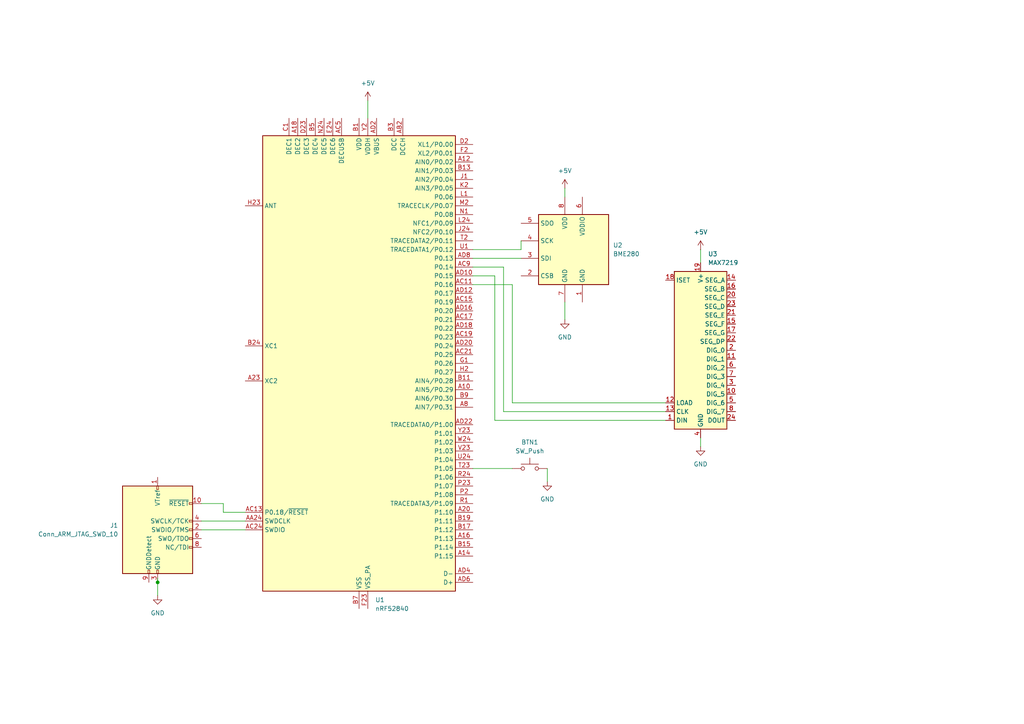
<source format=kicad_sch>
(kicad_sch (version 20250114) (generator "eeschema") (generator_version "9.0")
  (paper "A4")
  (title_block (title "Weather sensor (nRF52840 w/ BME280 and MAX7219)") (date "2025-11-09") (rev "1"))
  (lib_symbols
    (symbol "Connector:Conn_ARM_JTAG_SWD_10" (pin_names (offset 1.016))
      (property "Reference" "J" (at -2.54 16.51 0))
      (property "Value" "Conn_ARM_JTAG_SWD_10" (at -2.54 13.97 0))
      (symbol "Conn_ARM_JTAG_SWD_10_0_1"
        (rectangle (start -10.16 12.7) (end 10.16 -12.7) (stroke (width 0.254)) (fill (type background)))
        (rectangle (start -2.794 -12.7) (end -2.286 -11.684))
        (rectangle (start -0.254 12.7) (end 0.254 11.684))
        (rectangle (start -0.254 -12.7) (end 0.254 -11.684))
        (rectangle (start 9.144 2.286) (end 10.16 2.794))
        (rectangle (start 10.16 7.874) (end 9.144 7.366))
        (rectangle (start 10.16 -0.254) (end 9.144 0.254))
        (rectangle (start 10.16 -2.794) (end 9.144 -2.286))
      )
      (symbol "Conn_ARM_JTAG_SWD_10_1_1"
        (rectangle (start 9.144 -5.334) (end 10.16 -4.826))
        (pin no_connect line (at -10.16 0 0) (length 2.54) (hide yes) (name "KEY") (number "7"))
        (pin passive line (at -2.54 -15.24 90) (length 2.54) (name "GNDDetect") (number "9"))
        (pin power_in line (at 0 15.24 270) (length 2.54) (name "VTref") (number "1"))
        (pin power_in line (at 0 -15.24 90) (length 2.54) (name "GND") (number "3"))
        (pin passive line (at 0 -15.24 90) (length 2.54) (hide yes) (name "GND") (number "5"))
        (pin open_collector line (at 12.7 7.62 180) (length 2.54) (name "~{RESET}") (number "10"))
        (pin output line (at 12.7 2.54 180) (length 2.54) (name "SWCLK/TCK") (number "4"))
        (pin bidirectional line (at 12.7 0 180) (length 2.54) (name "SWDIO/TMS") (number "2"))
        (pin input line (at 12.7 -2.54 180) (length 2.54) (name "SWO/TDO") (number "6"))
        (pin output line (at 12.7 -5.08 180) (length 2.54) (name "NC/TDI") (number "8"))
      )
    )
    (symbol "Driver_LED:MAX7219"
      (property "Reference" "U" (at -6.35 24.13 0))
      (property "Value" "MAX7219" (at 1.27 25.4 0))
      (symbol "MAX7219_0_1"
        (rectangle (start -7.62 22.86) (end 7.62 -22.86) (stroke (width 0.254)) (fill (type background)))
      )
      (symbol "MAX7219_1_1"
        (pin input line (at -10.16 20.32 0) (length 2.54) (name "ISET") (number "18"))
        (pin input line (at -10.16 -15.24 0) (length 2.54) (name "LOAD") (number "12"))
        (pin input line (at -10.16 -17.78 0) (length 2.54) (name "CLK") (number "13"))
        (pin input line (at -10.16 -20.32 0) (length 2.54) (name "DIN") (number "1"))
        (pin power_in line (at 0 25.4 270) (length 2.54) (name "V+") (number "19"))
        (pin power_in line (at 0 -25.4 90) (length 2.54) (name "GND") (number "4"))
        (pin passive line (at 0 -25.4 90) (length 2.54) (hide yes) (name "GND") (number "9"))
        (pin output line (at 10.16 20.32 180) (length 2.54) (name "SEG_A") (number "14"))
        (pin output line (at 10.16 17.78 180) (length 2.54) (name "SEG_B") (number "16"))
        (pin output line (at 10.16 15.24 180) (length 2.54) (name "SEG_C") (number "20"))
        (pin output line (at 10.16 12.7 180) (length 2.54) (name "SEG_D") (number "23"))
        (pin output line (at 10.16 10.16 180) (length 2.54) (name "SEG_E") (number "21"))
        (pin output line (at 10.16 7.62 180) (length 2.54) (name "SEG_F") (number "15"))
        (pin output line (at 10.16 5.08 180) (length 2.54) (name "SEG_G") (number "17"))
        (pin output line (at 10.16 2.54 180) (length 2.54) (name "SEG_DP") (number "22"))
        (pin output line (at 10.16 0 180) (length 2.54) (name "DIG_0") (number "2"))
        (pin output line (at 10.16 -2.54 180) (length 2.54) (name "DIG_1") (number "11"))
        (pin output line (at 10.16 -5.08 180) (length 2.54) (name "DIG_2") (number "6"))
        (pin output line (at 10.16 -7.62 180) (length 2.54) (name "DIG_3") (number "7"))
        (pin output line (at 10.16 -10.16 180) (length 2.54) (name "DIG_4") (number "3"))
        (pin output line (at 10.16 -12.7 180) (length 2.54) (name "DIG_5") (number "10"))
        (pin output line (at 10.16 -15.24 180) (length 2.54) (name "DIG_6") (number "5"))
        (pin output line (at 10.16 -17.78 180) (length 2.54) (name "DIG_7") (number "8"))
        (pin output line (at 10.16 -20.32 180) (length 2.54) (name "DOUT") (number "24"))
      )
    )
    (symbol "MCU_Nordic:nRF52840"
      (property "Reference" "U" (at 0 5.08 0))
      (property "Value" "nRF52840" (at 0 2.54 0))
      (symbol "nRF52840_0_1"
        (rectangle (start -27.94 66.04) (end 27.94 -66.04) (stroke (width 0.254)) (fill (type background)))
      )
      (symbol "nRF52840_1_1"
        (pin passive line (at -33.02 45.72 0) (length 5.08) (name "ANT") (number "H23"))
        (pin input line (at -33.02 5.08 0) (length 5.08) (name "XC1") (number "B24"))
        (pin input line (at -33.02 -5.08 0) (length 5.08) (name "XC2") (number "A23"))
        (pin bidirectional line (at -33.02 -43.18 0) (length 5.08) (name "P0.18/~{RESET}") (number "AC13"))
        (pin input line (at -33.02 -45.72 0) (length 5.08) (name "SWDCLK") (number "AA24"))
        (pin bidirectional line (at -33.02 -48.26 0) (length 5.08) (name "SWDIO") (number "AC24"))
        (pin passive line (at -20.32 71.12 270) (length 5.08) (name "DEC1") (number "C1"))
        (pin passive line (at -17.78 71.12 270) (length 5.08) (name "DEC2") (number "A18"))
        (pin passive line (at -15.24 71.12 270) (length 5.08) (name "DEC3") (number "D23"))
        (pin passive line (at -12.7 71.12 270) (length 5.08) (name "DEC4") (number "B5"))
        (pin passive line (at -10.16 71.12 270) (length 5.08) (name "DEC5") (number "N24"))
        (pin passive line (at -7.62 71.12 270) (length 5.08) (name "DEC6") (number "E24"))
        (pin passive line (at -5.08 71.12 270) (length 5.08) (name "DECUSB") (number "AC5"))
        (pin passive line (at 0 71.12 270) (length 5.08) (hide yes) (name "VDD") (number "A22"))
        (pin passive line (at 0 71.12 270) (length 5.08) (hide yes) (name "VDD") (number "AD14"))
        (pin passive line (at 0 71.12 270) (length 5.08) (hide yes) (name "VDD") (number "AD23"))
        (pin power_in line (at 0 71.12 270) (length 5.08) (name "VDD") (number "B1"))
        (pin passive line (at 0 71.12 270) (length 5.08) (hide yes) (name "VDD") (number "W1"))
        (pin power_in line (at 0 -71.12 90) (length 5.08) (name "VSS") (number "B7"))
        (pin passive line (at 0 -71.12 90) (length 5.08) (hide yes) (name "VSS") (number "EP"))
        (pin power_in line (at 2.54 71.12 270) (length 5.08) (name "VDDH") (number "Y2"))
        (pin power_in line (at 2.54 -71.12 90) (length 5.08) (name "VSS_PA") (number "F23"))
        (pin power_in line (at 5.08 71.12 270) (length 5.08) (name "VBUS") (number "AD2"))
        (pin power_out line (at 10.16 71.12 270) (length 5.08) (name "DCC") (number "B3"))
        (pin power_out line (at 12.7 71.12 270) (length 5.08) (name "DCCH") (number "AB2"))
        (pin bidirectional line (at 33.02 63.5 180) (length 5.08) (name "XL1/P0.00") (number "D2"))
        (pin bidirectional line (at 33.02 60.96 180) (length 5.08) (name "XL2/P0.01") (number "F2"))
        (pin bidirectional line (at 33.02 58.42 180) (length 5.08) (name "AIN0/P0.02") (number "A12"))
        (pin bidirectional line (at 33.02 55.88 180) (length 5.08) (name "AIN1/P0.03") (number "B13"))
        (pin bidirectional line (at 33.02 53.34 180) (length 5.08) (name "AIN2/P0.04") (number "J1"))
        (pin bidirectional line (at 33.02 50.8 180) (length 5.08) (name "AIN3/P0.05") (number "K2"))
        (pin bidirectional line (at 33.02 48.26 180) (length 5.08) (name "P0.06") (number "L1"))
        (pin bidirectional line (at 33.02 45.72 180) (length 5.08) (name "TRACECLK/P0.07") (number "M2"))
        (pin bidirectional line (at 33.02 43.18 180) (length 5.08) (name "P0.08") (number "N1"))
        (pin bidirectional line (at 33.02 40.64 180) (length 5.08) (name "NFC1/P0.09") (number "L24"))
        (pin bidirectional line (at 33.02 38.1 180) (length 5.08) (name "NFC2/P0.10") (number "J24"))
        (pin bidirectional line (at 33.02 35.56 180) (length 5.08) (name "TRACEDATA2/P0.11") (number "T2"))
        (pin bidirectional line (at 33.02 33.02 180) (length 5.08) (name "TRACEDATA1/P0.12") (number "U1"))
        (pin bidirectional line (at 33.02 30.48 180) (length 5.08) (name "P0.13") (number "AD8"))
        (pin bidirectional line (at 33.02 27.94 180) (length 5.08) (name "P0.14") (number "AC9"))
        (pin bidirectional line (at 33.02 25.4 180) (length 5.08) (name "P0.15") (number "AD10"))
        (pin bidirectional line (at 33.02 22.86 180) (length 5.08) (name "P0.16") (number "AC11"))
        (pin bidirectional line (at 33.02 20.32 180) (length 5.08) (name "P0.17") (number "AD12"))
        (pin bidirectional line (at 33.02 17.78 180) (length 5.08) (name "P0.19") (number "AC15"))
        (pin bidirectional line (at 33.02 15.24 180) (length 5.08) (name "P0.20") (number "AD16"))
        (pin bidirectional line (at 33.02 12.7 180) (length 5.08) (name "P0.21") (number "AC17"))
        (pin bidirectional line (at 33.02 10.16 180) (length 5.08) (name "P0.22") (number "AD18"))
        (pin bidirectional line (at 33.02 7.62 180) (length 5.08) (name "P0.23") (number "AC19"))
        (pin bidirectional line (at 33.02 5.08 180) (length 5.08) (name "P0.24") (number "AD20"))
        (pin bidirectional line (at 33.02 2.54 180) (length 5.08) (name "P0.25") (number "AC21"))
        (pin bidirectional line (at 33.02 0 180) (length 5.08) (name "P0.26") (number "G1"))
        (pin bidirectional line (at 33.02 -2.54 180) (length 5.08) (name "P0.27") (number "H2"))
        (pin bidirectional line (at 33.02 -5.08 180) (length 5.08) (name "AIN4/P0.28") (number "B11"))
        (pin bidirectional line (at 33.02 -7.62 180) (length 5.08) (name "AIN5/P0.29") (number "A10"))
        (pin bidirectional line (at 33.02 -10.16 180) (length 5.08) (name "AIN6/P0.30") (number "B9"))
        (pin bidirectional line (at 33.02 -12.7 180) (length 5.08) (name "AIN7/P0.31") (number "A8"))
        (pin bidirectional line (at 33.02 -17.78 180) (length 5.08) (name "TRACEDATA0/P1.00") (number "AD22"))
        (pin bidirectional line (at 33.02 -20.32 180) (length 5.08) (name "P1.01") (number "Y23"))
        (pin bidirectional line (at 33.02 -22.86 180) (length 5.08) (name "P1.02") (number "W24"))
        (pin bidirectional line (at 33.02 -25.4 180) (length 5.08) (name "P1.03") (number "V23"))
        (pin bidirectional line (at 33.02 -27.94 180) (length 5.08) (name "P1.04") (number "U24"))
        (pin bidirectional line (at 33.02 -30.48 180) (length 5.08) (name "P1.05") (number "T23"))
        (pin bidirectional line (at 33.02 -33.02 180) (length 5.08) (name "P1.06") (number "R24"))
        (pin bidirectional line (at 33.02 -35.56 180) (length 5.08) (name "P1.07") (number "P23"))
        (pin bidirectional line (at 33.02 -38.1 180) (length 5.08) (name "P1.08") (number "P2"))
        (pin bidirectional line (at 33.02 -40.64 180) (length 5.08) (name "TRACEDATA3/P1.09") (number "R1"))
        (pin bidirectional line (at 33.02 -43.18 180) (length 5.08) (name "P1.10") (number "A20"))
        (pin bidirectional line (at 33.02 -45.72 180) (length 5.08) (name "P1.11") (number "B19"))
        (pin bidirectional line (at 33.02 -48.26 180) (length 5.08) (name "P1.12") (number "B17"))
        (pin bidirectional line (at 33.02 -50.8 180) (length 5.08) (name "P1.13") (number "A16"))
        (pin bidirectional line (at 33.02 -53.34 180) (length 5.08) (name "P1.14") (number "B15"))
        (pin bidirectional line (at 33.02 -55.88 180) (length 5.08) (name "P1.15") (number "A14"))
        (pin bidirectional line (at 33.02 -60.96 180) (length 5.08) (name "D-") (number "AD4"))
        (pin bidirectional line (at 33.02 -63.5 180) (length 5.08) (name "D+") (number "AD6"))
      )
    )
    (symbol "Sensor:BME280"
      (property "Reference" "U" (at -8.89 11.43 0))
      (property "Value" "BME280" (at 7.62 11.43 0))
      (symbol "BME280_0_1"
        (rectangle (start -10.16 10.16) (end 10.16 -10.16) (stroke (width 0.254)) (fill (type background)))
      )
      (symbol "BME280_1_1"
        (pin power_in line (at -2.54 15.24 270) (length 5.08) (name "VDDIO") (number "6"))
        (pin power_in line (at -2.54 -15.24 90) (length 5.08) (name "GND") (number "1"))
        (pin power_in line (at 2.54 15.24 270) (length 5.08) (name "VDD") (number "8"))
        (pin power_in line (at 2.54 -15.24 90) (length 5.08) (name "GND") (number "7"))
        (pin bidirectional line (at 15.24 7.62 180) (length 5.08) (name "SDO") (number "5"))
        (pin input line (at 15.24 2.54 180) (length 5.08) (name "SCK") (number "4"))
        (pin bidirectional line (at 15.24 -2.54 180) (length 5.08) (name "SDI") (number "3"))
        (pin input line (at 15.24 -7.62 180) (length 5.08) (name "CSB") (number "2"))
      )
    )
    (symbol "Switch:SW_Push" (pin_numbers (hide yes)) (pin_names (offset 1.016) (hide yes))
      (property "Reference" "SW" (at 1.27 2.54 0))
      (property "Value" "SW_Push" (at 0 -1.524 0))
      (symbol "SW_Push_0_1"
        (circle (center -2.032 0) (radius 0.508))
        (polyline (pts (xy 0 1.27) (xy 0 3.048)))
        (circle (center 2.032 0) (radius 0.508))
        (polyline (pts (xy 2.54 1.27) (xy -2.54 1.27)))
        (pin passive line (at -5.08 0 0) (length 2.54) (name "1") (number "1"))
        (pin passive line (at 5.08 0 180) (length 2.54) (name "2") (number "2"))
      )
    )
    (symbol "power:+5V" (power) (pin_numbers (hide yes)) (pin_names (offset 0) (hide yes))
      (property "Value" "+5V" (at 0 3.556 0))
      (symbol "+5V_0_1"
        (polyline (pts (xy -0.762 1.27) (xy 0 2.54)))
        (polyline (pts (xy 0 2.54) (xy 0.762 1.27)))
        (polyline (pts (xy 0 0) (xy 0 2.54)))
      )
      (symbol "+5V_1_1"
        (pin power_in line (at 0 0 90) (length 0) (name "~") (number "1"))
      )
    )
    (symbol "power:GND" (power) (pin_numbers (hide yes)) (pin_names (offset 0) (hide yes))
      (property "Value" "GND" (at 0 -3.81 0))
      (symbol "GND_0_1"
        (polyline (pts (xy 0 0) (xy 0 -1.27) (xy 1.27 -1.27) (xy 0 -2.54) (xy -1.27 -1.27) (xy 0 -1.27)))
      )
      (symbol "GND_1_1"
        (pin power_in line (at 0 0 270) (length 0) (name "~") (number "1"))
      )
    )
  )
  (junction (at 45.72 168.91))
  (wire (pts (xy 58.42 151.13) (xy 71.12 151.13)))
  (wire (pts (xy 137.16 77.47) (xy 146.05 77.47)))
  (wire (pts (xy 137.16 74.93) (xy 151.13 74.93)))
  (wire (pts (xy 203.2 72.39) (xy 203.2 76.2)))
  (wire (pts (xy 163.83 87.63) (xy 163.83 92.71)))
  (wire (pts (xy 137.16 80.01) (xy 143.51 80.01)))
  (wire (pts (xy 137.16 135.89) (xy 148.59 135.89)))
  (wire (pts (xy 137.16 82.55) (xy 148.59 82.55)))
  (wire (pts (xy 45.72 167.64) (xy 45.72 168.91)))
  (wire (pts (xy 146.05 77.47) (xy 146.05 119.38)))
  (wire (pts (xy 58.42 146.05) (xy 64.77 146.05)))
  (wire (pts (xy 45.72 168.91) (xy 45.72 172.72)))
  (wire (pts (xy 143.51 121.92) (xy 193.04 121.92)))
  (wire (pts (xy 203.2 127) (xy 203.2 129.54)))
  (wire (pts (xy 163.83 54.61) (xy 163.83 57.15)))
  (wire (pts (xy 146.05 119.38) (xy 193.04 119.38)))
  (wire (pts (xy 148.59 116.84) (xy 193.04 116.84)))
  (wire (pts (xy 151.13 72.39) (xy 151.13 69.85)))
  (wire (pts (xy 137.16 72.39) (xy 151.13 72.39)))
  (wire (pts (xy 143.51 80.01) (xy 143.51 121.92)))
  (wire (pts (xy 158.75 135.89) (xy 158.75 139.7)))
  (wire (pts (xy 148.59 82.55) (xy 148.59 116.84)))
  (wire (pts (xy 64.77 148.59) (xy 71.12 148.59)))
  (wire (pts (xy 106.68 29.21) (xy 106.68 34.29)))
  (wire (pts (xy 64.77 146.05) (xy 64.77 148.59)))
  (wire (pts (xy 58.42 153.67) (xy 71.12 153.67)))
  (symbol (lib_id "power:+5V") (at 203.2 72.39 0) (unit 1)
    (property "Reference" "#PWR04" (effects (hide yes)))
    (property "Value" "+5V" (at 203.2 67.31 0))
    (property "Description" "Power symbol creates a global label with name \"+5V\"" (effects (hide yes)))
  )
  (symbol (lib_id "power:+5V") (at 163.83 54.61 0) (unit 1)
    (property "Reference" "#PWR03" (effects (hide yes)))
    (property "Value" "+5V" (at 163.83 49.53 0))
    (property "Description" "Power symbol creates a global label with name \"+5V\"" (effects (hide yes)))
  )
  (symbol (lib_id "power:GND") (at 203.2 129.54 0) (unit 1)
    (property "Reference" "#PWR07" (effects (hide yes)))
    (property "Value" "GND" (at 203.2 134.62 0))
    (property "Description" "Power symbol creates a global label with name \"GND\" , ground" (effects (hide yes)))
  )
  (symbol (lib_id "power:GND") (at 45.72 172.72 0) (unit 1)
    (property "Reference" "#PWR06" (effects (hide yes)))
    (property "Value" "GND" (at 45.72 177.8 0))
    (property "Description" "Power symbol creates a global label with name \"GND\" , ground" (effects (hide yes)))
  )
  (symbol (lib_id "Driver_LED:MAX7219") (at 203.2 101.6 0) (unit 1)
    (property "Reference" "U3" (at 205.3433 73.66 0) (effects (justify left)))
    (property "Value" "MAX7219" (at 205.3433 76.2 0) (effects (justify left)))
    (property "Datasheet" "https://datasheets.maximintegrated.com/en/ds/MAX7219-MAX7221.pdf" (effects (hide yes)))
    (property "Description" "8-Digit LED Display Driver" (effects (hide yes)))
  )
  (symbol (lib_id "power:GND") (at 163.83 92.71 0) (unit 1)
    (property "Reference" "#PWR05" (effects (hide yes)))
    (property "Value" "GND" (at 163.83 97.79 0))
    (property "Description" "Power symbol creates a global label with name \"GND\" , ground" (effects (hide yes)))
  )
  (symbol (lib_id "Connector:Conn_ARM_JTAG_SWD_10") (at 45.72 153.67 0) (unit 1)
    (property "Reference" "J1" (at 34.29 152.3999 0) (effects (justify right)))
    (property "Value" "Conn_ARM_JTAG_SWD_10" (at 34.29 154.9399 0) (effects (justify right)))
    (property "Datasheet" "http://infocenter.arm.com/help/topic/com.arm.doc.ddi0314h/DDI0314H_coresight_components_trm.pdf" (effects (hide yes)))
    (property "Description" "Cortex Debug Connector, standard ARM Cortex-M SWD and JTAG interface" (effects (hide yes)))
  )
  (symbol (lib_id "power:+5V") (at 106.68 29.21 0) (unit 1)
    (property "Reference" "#PWR01" (effects (hide yes)))
    (property "Value" "+5V" (at 106.68 24.13 0))
    (property "Description" "Power symbol creates a global label with name \"+5V\"" (effects (hide yes)))
  )
  (symbol (lib_id "power:GND") (at 158.75 139.7 0) (unit 1)
    (property "Reference" "#PWR02" (effects (hide yes)))
    (property "Value" "GND" (at 158.75 144.78 0))
    (property "Description" "Power symbol creates a global label with name \"GND\" , ground" (effects (hide yes)))
  )
  (symbol (lib_id "Switch:SW_Push") (at 153.67 135.89 0) (unit 1)
    (property "Reference" "BTN1" (at 153.67 128.27 0))
    (property "Value" "SW_Push" (at 153.67 130.81 0))
    (property "Description" "Push button switch, generic, two pins" (effects (hide yes)))
  )
  (symbol (lib_id "Sensor:BME280") (at 166.37 72.39 0) (mirror y) (unit 1)
    (property "Reference" "U2" (at 177.8 71.1199 0) (effects (justify right)))
    (property "Value" "BME280" (at 177.8 73.6599 0) (effects (justify right)))
    (property "Footprint" "Package_LGA:Bosch_LGA-8_2.5x2.5mm_P0.65mm_ClockwisePinNumbering" (effects (hide yes)))
    (property "Datasheet" "https://www.bosch-sensortec.com/media/boschsensortec/downloads/datasheets/bst-bme280-ds002.pdf" (effects (hide yes)))
    (property "Description" "3-in-1 sensor, humidity, pressure, temperature, I2C and SPI interface, 1.71-3.6V, LGA-8" (effects (hide yes)))
  )
  (symbol (lib_id "MCU_Nordic:nRF52840") (at 104.14 105.41 0) (unit 1)
    (property "Reference" "U1" (at 108.8233 173.99 0) (effects (justify left)))
    (property "Value" "nRF52840" (at 108.8233 176.53 0) (effects (justify left)))
    (property "Footprint" "Package_DFN_QFN:Nordic_AQFN-73-1EP_7x7mm_P0.5mm" (effects (hide yes)))
    (property "Datasheet" "http://infocenter.nordicsemi.com/topic/com.nordic.infocenter.nrf52/dita/nrf52/chips/nrf52840.html" (effects (hide yes)))
    (property "Description" "Multiprotocol BLE/ANT/2.4 GHz/802.15.4 Cortex-M4F SoC, AQFN-73" (effects (hide yes)))
  )
)
</source>
